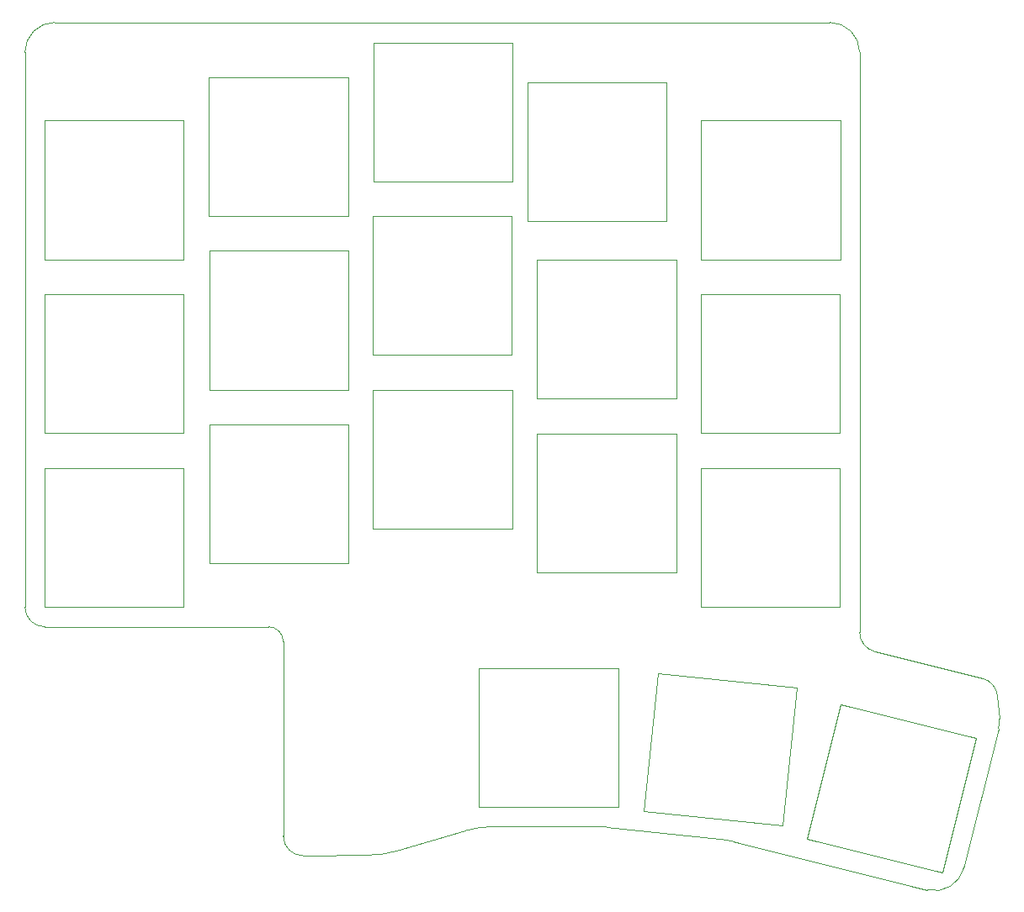
<source format=gbo>
%TF.GenerationSoftware,KiCad,Pcbnew,(6.0.6)*%
%TF.CreationDate,2022-11-03T11:36:09+09:00*%
%TF.ProjectId,top_palte__split-mini,746f705f-7061-46c7-9465-5f5f73706c69,rev?*%
%TF.SameCoordinates,Original*%
%TF.FileFunction,Legend,Bot*%
%TF.FilePolarity,Positive*%
%FSLAX46Y46*%
G04 Gerber Fmt 4.6, Leading zero omitted, Abs format (unit mm)*
G04 Created by KiCad (PCBNEW (6.0.6)) date 2022-11-03 11:36:09*
%MOMM*%
%LPD*%
G01*
G04 APERTURE LIST*
%TA.AperFunction,Profile*%
%ADD10C,0.100000*%
%TD*%
%TA.AperFunction,Profile*%
%ADD11C,0.120000*%
%TD*%
%ADD12C,0.350000*%
%ADD13C,2.200000*%
G04 APERTURE END LIST*
D10*
X103499999Y-66956660D02*
X103499999Y-80337986D01*
X103500001Y-21909999D02*
G75*
G03*
X100499999Y-18909999I-3000001J-1D01*
G01*
X117356575Y-86746885D02*
G75*
G03*
X115847908Y-84979237I-1992475J-172915D01*
G01*
X90766975Y-101399358D02*
X110333373Y-106277809D01*
X45500001Y-81284999D02*
G75*
G03*
X43999999Y-79784999I-1500001J-1D01*
G01*
X22499999Y-18909999D02*
G75*
G03*
X19499999Y-21909999I1J-3000001D01*
G01*
X78048910Y-99964780D02*
X89393041Y-101157096D01*
X66672191Y-99909999D02*
X77003625Y-99909999D01*
X19499999Y-21909999D02*
X19499999Y-77784999D01*
X66672191Y-99910009D02*
G75*
G03*
X63837183Y-100320279I9J-10000291D01*
G01*
X113970026Y-104092687D02*
X117477659Y-90024340D01*
X45500005Y-100854795D02*
G75*
G03*
X47521335Y-102854681I1999995J-5D01*
G01*
X117477644Y-90024336D02*
G75*
G03*
X117555534Y-89039159I-2911244J725836D01*
G01*
X105016155Y-82278578D02*
X115847908Y-84979237D01*
X103499999Y-66956660D02*
X103499999Y-21909999D01*
X78048910Y-99964779D02*
G75*
G03*
X77003625Y-99909999I-1045210J-9944021D01*
G01*
X90766976Y-101399353D02*
G75*
G03*
X89393041Y-101157096I-2419076J-9702347D01*
G01*
X117356572Y-86746885D02*
X117555534Y-89039159D01*
X54052808Y-102785001D02*
G75*
G03*
X56887815Y-102374719I-8J10000001D01*
G01*
X103500034Y-80337986D02*
G75*
G03*
X105016155Y-82278578I1999866J-114D01*
G01*
X47521335Y-102854681D02*
X54052808Y-102784999D01*
X100499999Y-18909999D02*
X22499999Y-18909999D01*
X45499999Y-81284999D02*
X45499999Y-100854795D01*
X110333365Y-106277839D02*
G75*
G03*
X113970026Y-104092687I725735J2910939D01*
G01*
X56887815Y-102374719D02*
X63837183Y-100320279D01*
X21499999Y-79784999D02*
X43999999Y-79784999D01*
X19500001Y-77784999D02*
G75*
G03*
X21499999Y-79784999I1999999J-1D01*
G01*
D11*
%TO.C,SW6*%
X21480000Y-46290000D02*
X21480000Y-60290000D01*
X21480000Y-60290000D02*
X35480000Y-60290000D01*
X35480000Y-60290000D02*
X35480000Y-46290000D01*
X35480000Y-46290000D02*
X21480000Y-46290000D01*
%TO.C,SW11*%
X21490000Y-63790000D02*
X21490000Y-77790000D01*
X35490000Y-63790000D02*
X21490000Y-63790000D01*
X21490000Y-77790000D02*
X35490000Y-77790000D01*
X35490000Y-77790000D02*
X35490000Y-63790000D01*
%TO.C,SW9*%
X85040000Y-42800000D02*
X71040000Y-42800000D01*
X85040000Y-56800000D02*
X85040000Y-42800000D01*
X71040000Y-42800000D02*
X71040000Y-56800000D01*
X71040000Y-56800000D02*
X85040000Y-56800000D01*
%TO.C,SW3*%
X68580000Y-34960000D02*
X68580000Y-20960000D01*
X54580000Y-34960000D02*
X68580000Y-34960000D01*
X54580000Y-20960000D02*
X54580000Y-34960000D01*
X68580000Y-20960000D02*
X54580000Y-20960000D01*
%TO.C,SW5*%
X101540000Y-42780000D02*
X101540000Y-28780000D01*
X87540000Y-42780000D02*
X101540000Y-42780000D01*
X101540000Y-28780000D02*
X87540000Y-28780000D01*
X87540000Y-28780000D02*
X87540000Y-42780000D01*
%TO.C,SW15*%
X101520000Y-77780000D02*
X101520000Y-63780000D01*
X87520000Y-63780000D02*
X87520000Y-77780000D01*
X101520000Y-63780000D02*
X87520000Y-63780000D01*
X87520000Y-77780000D02*
X101520000Y-77780000D01*
%TO.C,SW7*%
X52040000Y-55900000D02*
X52040000Y-41900000D01*
X52040000Y-41900000D02*
X38040000Y-41900000D01*
X38040000Y-55900000D02*
X52040000Y-55900000D01*
X38040000Y-41900000D02*
X38040000Y-55900000D01*
%TO.C,SW16*%
X79191200Y-83920900D02*
X65191200Y-83920900D01*
X65191200Y-97920900D02*
X79191200Y-97920900D01*
X79191200Y-97920900D02*
X79191200Y-83920900D01*
X65191200Y-83920900D02*
X65191200Y-97920900D01*
%TO.C,SW18*%
X98204777Y-101178517D02*
X111788917Y-104565423D01*
X115175823Y-90981283D02*
X101591683Y-87594377D01*
X111788917Y-104565423D02*
X115175823Y-90981283D01*
X101591683Y-87594377D02*
X98204777Y-101178517D01*
%TO.C,SW8*%
X68490000Y-52390000D02*
X68490000Y-38390000D01*
X68490000Y-38390000D02*
X54490000Y-38390000D01*
X54490000Y-38390000D02*
X54490000Y-52390000D01*
X54490000Y-52390000D02*
X68490000Y-52390000D01*
%TO.C,SW17*%
X83244146Y-84434247D02*
X81780747Y-98357554D01*
X97167453Y-85897646D02*
X83244146Y-84434247D01*
X81780747Y-98357554D02*
X95704054Y-99820953D01*
X95704054Y-99820953D02*
X97167453Y-85897646D01*
%TO.C,SW10*%
X87530000Y-46290000D02*
X87530000Y-60290000D01*
X87530000Y-60290000D02*
X101530000Y-60290000D01*
X101530000Y-46290000D02*
X87530000Y-46290000D01*
X101530000Y-60290000D02*
X101530000Y-46290000D01*
%TO.C,SW2*%
X52010000Y-38440000D02*
X52010000Y-24440000D01*
X52010000Y-24440000D02*
X38010000Y-24440000D01*
X38010000Y-38440000D02*
X52010000Y-38440000D01*
X38010000Y-24440000D02*
X38010000Y-38440000D01*
%TO.C,SW13*%
X68520000Y-69910000D02*
X68520000Y-55910000D01*
X54520000Y-69910000D02*
X68520000Y-69910000D01*
X54520000Y-55910000D02*
X54520000Y-69910000D01*
X68520000Y-55910000D02*
X54520000Y-55910000D01*
%TO.C,SW12*%
X52040000Y-73390000D02*
X52040000Y-59390000D01*
X52040000Y-59390000D02*
X38040000Y-59390000D01*
X38040000Y-73390000D02*
X52040000Y-73390000D01*
X38040000Y-59390000D02*
X38040000Y-73390000D01*
%TO.C,SW14*%
X71030000Y-60300000D02*
X71030000Y-74300000D01*
X85030000Y-74300000D02*
X85030000Y-60300000D01*
X71030000Y-74300000D02*
X85030000Y-74300000D01*
X85030000Y-60300000D02*
X71030000Y-60300000D01*
%TO.C,SW1*%
X35480000Y-28790000D02*
X21480000Y-28790000D01*
X21480000Y-28790000D02*
X21480000Y-42790000D01*
X21480000Y-42790000D02*
X35480000Y-42790000D01*
X35480000Y-42790000D02*
X35480000Y-28790000D01*
%TO.C,SW4*%
X70040000Y-38920000D02*
X84040000Y-38920000D01*
X70040000Y-24920000D02*
X70040000Y-38920000D01*
X84040000Y-24920000D02*
X70040000Y-24920000D01*
X84040000Y-38920000D02*
X84040000Y-24920000D01*
%TD*%
D12*
X109130000Y-86360000D03*
X51500000Y-96760000D03*
X94500000Y-25740000D03*
X28520000Y-25760000D03*
%LPC*%
D13*
%TO.C,HOLE5*%
X109130000Y-86360000D03*
%TD*%
%TO.C,HOLE4*%
X51500000Y-96760000D03*
%TD*%
%TO.C,HOLE2*%
X94500000Y-25740000D03*
%TD*%
%TO.C,HOLE1*%
X28520000Y-25760000D03*
%TD*%
M02*

</source>
